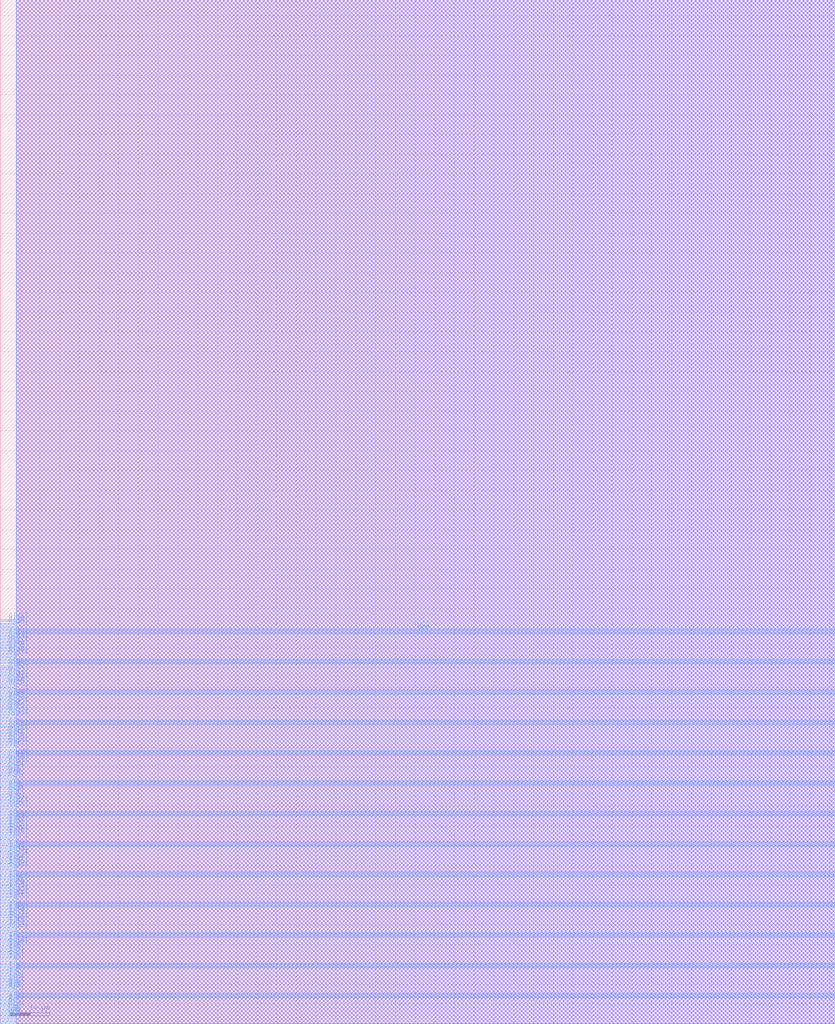
<source format=lef>
VERSION 5.6 ;
BUSBITCHARS "[]" ;
DIVIDERCHAR "/" ;

MACRO SRAM1RW128x48
  CLASS BLOCK ;
  ORIGIN 0 0 ;
  FOREIGN SRAM1RW128x48 0 0 ;
  SIZE 211.36 BY 259.008 ;
  SYMMETRY X Y ;
  SITE coreSite ;
  PIN VDD
    DIRECTION INOUT ;
    USE POWER ;
    PORT 
      LAYER M4 ;
        RECT 0.0 6.528 211.36 6.912 ;
        RECT 0.0 14.208 211.36 14.592 ;
        RECT 0.0 21.888 211.36 22.272 ;
        RECT 0.0 29.568 211.36 29.952 ;
        RECT 0.0 37.248 211.36 37.632 ;
        RECT 0.0 44.928 211.36 45.312 ;
        RECT 0.0 52.608 211.36 52.992 ;
        RECT 0.0 60.288 211.36 60.672 ;
        RECT 0.0 67.968 211.36 68.352 ;
        RECT 0.0 75.648 211.36 76.032 ;
        RECT 0.0 83.328 211.36 83.712 ;
        RECT 0.0 91.008 211.36 91.392 ;
        RECT 0.0 98.688 211.36 99.072 ;
    END 
  END VDD
  PIN VSS
    DIRECTION INOUT ;
    USE GROUND ;
    PORT 
      LAYER M4 ;
        RECT 0.0 7.296 211.36 7.68 ;
        RECT 0.0 14.976 211.36 15.36 ;
        RECT 0.0 22.656 211.36 23.04 ;
        RECT 0.0 30.336 211.36 30.72 ;
        RECT 0.0 38.016 211.36 38.4 ;
        RECT 0.0 45.696 211.36 46.08 ;
        RECT 0.0 53.376 211.36 53.76 ;
        RECT 0.0 61.056 211.36 61.44 ;
        RECT 0.0 68.736 211.36 69.12 ;
        RECT 0.0 76.416 211.36 76.8 ;
        RECT 0.0 84.096 211.36 84.48 ;
        RECT 0.0 91.776 211.36 92.16 ;
        RECT 0.0 99.456 211.36 99.84 ;
    END 
  END VSS
  PIN CE
    DIRECTION INPUT ;
    USE SIGNAL ;
    PORT 
      LAYER M4 ;
        RECT 0.0 0.384 4.0 0.768 ;
    END 
  END CE
  PIN WEB
    DIRECTION INPUT ;
    USE SIGNAL ;
    PORT 
      LAYER M4 ;
        RECT 0.0 1.152 4.0 1.536 ;
    END 
  END WEB
  PIN OEB
    DIRECTION INPUT ;
    USE SIGNAL ;
    PORT 
      LAYER M4 ;
        RECT 0.0 1.92 4.0 2.304 ;
    END 
  END OEB
  PIN CSB
    DIRECTION INPUT ;
    USE SIGNAL ;
    PORT 
      LAYER M4 ;
        RECT 0.0 2.688 4.0 3.072 ;
    END 
  END CSB
  PIN A[0]
    DIRECTION INPUT ;
    USE SIGNAL ;
    PORT 
      LAYER M4 ;
        RECT 0.0 3.456 4.0 3.84 ;
    END 
  END A[0]
  PIN A[1]
    DIRECTION INPUT ;
    USE SIGNAL ;
    PORT 
      LAYER M4 ;
        RECT 0.0 4.224 4.0 4.608 ;
    END 
  END A[1]
  PIN A[2]
    DIRECTION INPUT ;
    USE SIGNAL ;
    PORT 
      LAYER M4 ;
        RECT 0.0 4.992 4.0 5.376 ;
    END 
  END A[2]
  PIN A[3]
    DIRECTION INPUT ;
    USE SIGNAL ;
    PORT 
      LAYER M4 ;
        RECT 0.0 5.76 4.0 6.144 ;
    END 
  END A[3]
  PIN A[4]
    DIRECTION INPUT ;
    USE SIGNAL ;
    PORT 
      LAYER M4 ;
        RECT 0.0 8.064 4.0 8.448 ;
    END 
  END A[4]
  PIN A[5]
    DIRECTION INPUT ;
    USE SIGNAL ;
    PORT 
      LAYER M4 ;
        RECT 0.0 8.832 4.0 9.216 ;
    END 
  END A[5]
  PIN A[6]
    DIRECTION INPUT ;
    USE SIGNAL ;
    PORT 
      LAYER M4 ;
        RECT 0.0 9.6 4.0 9.984 ;
    END 
  END A[6]
  PIN I[0]
    DIRECTION INPUT ;
    USE SIGNAL ;
    PORT 
      LAYER M4 ;
        RECT 0.0 10.368 4.0 10.752 ;
    END 
  END I[0]
  PIN I[1]
    DIRECTION INPUT ;
    USE SIGNAL ;
    PORT 
      LAYER M4 ;
        RECT 0.0 11.136 4.0 11.52 ;
    END 
  END I[1]
  PIN I[2]
    DIRECTION INPUT ;
    USE SIGNAL ;
    PORT 
      LAYER M4 ;
        RECT 0.0 11.904 4.0 12.288 ;
    END 
  END I[2]
  PIN I[3]
    DIRECTION INPUT ;
    USE SIGNAL ;
    PORT 
      LAYER M4 ;
        RECT 0.0 12.672 4.0 13.056 ;
    END 
  END I[3]
  PIN I[4]
    DIRECTION INPUT ;
    USE SIGNAL ;
    PORT 
      LAYER M4 ;
        RECT 0.0 13.44 4.0 13.824 ;
    END 
  END I[4]
  PIN I[5]
    DIRECTION INPUT ;
    USE SIGNAL ;
    PORT 
      LAYER M4 ;
        RECT 0.0 15.744 4.0 16.128 ;
    END 
  END I[5]
  PIN I[6]
    DIRECTION INPUT ;
    USE SIGNAL ;
    PORT 
      LAYER M4 ;
        RECT 0.0 16.512 4.0 16.896 ;
    END 
  END I[6]
  PIN I[7]
    DIRECTION INPUT ;
    USE SIGNAL ;
    PORT 
      LAYER M4 ;
        RECT 0.0 17.28 4.0 17.664 ;
    END 
  END I[7]
  PIN I[8]
    DIRECTION INPUT ;
    USE SIGNAL ;
    PORT 
      LAYER M4 ;
        RECT 0.0 18.048 4.0 18.432 ;
    END 
  END I[8]
  PIN I[9]
    DIRECTION INPUT ;
    USE SIGNAL ;
    PORT 
      LAYER M4 ;
        RECT 0.0 18.816 4.0 19.2 ;
    END 
  END I[9]
  PIN I[10]
    DIRECTION INPUT ;
    USE SIGNAL ;
    PORT 
      LAYER M4 ;
        RECT 0.0 19.584 4.0 19.968 ;
    END 
  END I[10]
  PIN I[11]
    DIRECTION INPUT ;
    USE SIGNAL ;
    PORT 
      LAYER M4 ;
        RECT 0.0 20.352 4.0 20.736 ;
    END 
  END I[11]
  PIN I[12]
    DIRECTION INPUT ;
    USE SIGNAL ;
    PORT 
      LAYER M4 ;
        RECT 0.0 21.12 4.0 21.504 ;
    END 
  END I[12]
  PIN I[13]
    DIRECTION INPUT ;
    USE SIGNAL ;
    PORT 
      LAYER M4 ;
        RECT 0.0 23.424 4.0 23.808 ;
    END 
  END I[13]
  PIN I[14]
    DIRECTION INPUT ;
    USE SIGNAL ;
    PORT 
      LAYER M4 ;
        RECT 0.0 24.192 4.0 24.576 ;
    END 
  END I[14]
  PIN I[15]
    DIRECTION INPUT ;
    USE SIGNAL ;
    PORT 
      LAYER M4 ;
        RECT 0.0 24.96 4.0 25.344 ;
    END 
  END I[15]
  PIN I[16]
    DIRECTION INPUT ;
    USE SIGNAL ;
    PORT 
      LAYER M4 ;
        RECT 0.0 25.728 4.0 26.112 ;
    END 
  END I[16]
  PIN I[17]
    DIRECTION INPUT ;
    USE SIGNAL ;
    PORT 
      LAYER M4 ;
        RECT 0.0 26.496 4.0 26.88 ;
    END 
  END I[17]
  PIN I[18]
    DIRECTION INPUT ;
    USE SIGNAL ;
    PORT 
      LAYER M4 ;
        RECT 0.0 27.264 4.0 27.648 ;
    END 
  END I[18]
  PIN I[19]
    DIRECTION INPUT ;
    USE SIGNAL ;
    PORT 
      LAYER M4 ;
        RECT 0.0 28.032 4.0 28.416 ;
    END 
  END I[19]
  PIN I[20]
    DIRECTION INPUT ;
    USE SIGNAL ;
    PORT 
      LAYER M4 ;
        RECT 0.0 28.8 4.0 29.184 ;
    END 
  END I[20]
  PIN I[21]
    DIRECTION INPUT ;
    USE SIGNAL ;
    PORT 
      LAYER M4 ;
        RECT 0.0 31.104 4.0 31.488 ;
    END 
  END I[21]
  PIN I[22]
    DIRECTION INPUT ;
    USE SIGNAL ;
    PORT 
      LAYER M4 ;
        RECT 0.0 31.872 4.0 32.256 ;
    END 
  END I[22]
  PIN I[23]
    DIRECTION INPUT ;
    USE SIGNAL ;
    PORT 
      LAYER M4 ;
        RECT 0.0 32.64 4.0 33.024 ;
    END 
  END I[23]
  PIN I[24]
    DIRECTION INPUT ;
    USE SIGNAL ;
    PORT 
      LAYER M4 ;
        RECT 0.0 33.408 4.0 33.792 ;
    END 
  END I[24]
  PIN I[25]
    DIRECTION INPUT ;
    USE SIGNAL ;
    PORT 
      LAYER M4 ;
        RECT 0.0 34.176 4.0 34.56 ;
    END 
  END I[25]
  PIN I[26]
    DIRECTION INPUT ;
    USE SIGNAL ;
    PORT 
      LAYER M4 ;
        RECT 0.0 34.944 4.0 35.328 ;
    END 
  END I[26]
  PIN I[27]
    DIRECTION INPUT ;
    USE SIGNAL ;
    PORT 
      LAYER M4 ;
        RECT 0.0 35.712 4.0 36.096 ;
    END 
  END I[27]
  PIN I[28]
    DIRECTION INPUT ;
    USE SIGNAL ;
    PORT 
      LAYER M4 ;
        RECT 0.0 36.48 4.0 36.864 ;
    END 
  END I[28]
  PIN I[29]
    DIRECTION INPUT ;
    USE SIGNAL ;
    PORT 
      LAYER M4 ;
        RECT 0.0 38.784 4.0 39.168 ;
    END 
  END I[29]
  PIN I[30]
    DIRECTION INPUT ;
    USE SIGNAL ;
    PORT 
      LAYER M4 ;
        RECT 0.0 39.552 4.0 39.936 ;
    END 
  END I[30]
  PIN I[31]
    DIRECTION INPUT ;
    USE SIGNAL ;
    PORT 
      LAYER M4 ;
        RECT 0.0 40.32 4.0 40.704 ;
    END 
  END I[31]
  PIN I[32]
    DIRECTION INPUT ;
    USE SIGNAL ;
    PORT 
      LAYER M4 ;
        RECT 0.0 41.088 4.0 41.472 ;
    END 
  END I[32]
  PIN I[33]
    DIRECTION INPUT ;
    USE SIGNAL ;
    PORT 
      LAYER M4 ;
        RECT 0.0 41.856 4.0 42.24 ;
    END 
  END I[33]
  PIN I[34]
    DIRECTION INPUT ;
    USE SIGNAL ;
    PORT 
      LAYER M4 ;
        RECT 0.0 42.624 4.0 43.008 ;
    END 
  END I[34]
  PIN I[35]
    DIRECTION INPUT ;
    USE SIGNAL ;
    PORT 
      LAYER M4 ;
        RECT 0.0 43.392 4.0 43.776 ;
    END 
  END I[35]
  PIN I[36]
    DIRECTION INPUT ;
    USE SIGNAL ;
    PORT 
      LAYER M4 ;
        RECT 0.0 44.16 4.0 44.544 ;
    END 
  END I[36]
  PIN I[37]
    DIRECTION INPUT ;
    USE SIGNAL ;
    PORT 
      LAYER M4 ;
        RECT 0.0 46.464 4.0 46.848 ;
    END 
  END I[37]
  PIN I[38]
    DIRECTION INPUT ;
    USE SIGNAL ;
    PORT 
      LAYER M4 ;
        RECT 0.0 47.232 4.0 47.616 ;
    END 
  END I[38]
  PIN I[39]
    DIRECTION INPUT ;
    USE SIGNAL ;
    PORT 
      LAYER M4 ;
        RECT 0.0 48.0 4.0 48.384 ;
    END 
  END I[39]
  PIN I[40]
    DIRECTION INPUT ;
    USE SIGNAL ;
    PORT 
      LAYER M4 ;
        RECT 0.0 48.768 4.0 49.152 ;
    END 
  END I[40]
  PIN I[41]
    DIRECTION INPUT ;
    USE SIGNAL ;
    PORT 
      LAYER M4 ;
        RECT 0.0 49.536 4.0 49.92 ;
    END 
  END I[41]
  PIN I[42]
    DIRECTION INPUT ;
    USE SIGNAL ;
    PORT 
      LAYER M4 ;
        RECT 0.0 50.304 4.0 50.688 ;
    END 
  END I[42]
  PIN I[43]
    DIRECTION INPUT ;
    USE SIGNAL ;
    PORT 
      LAYER M4 ;
        RECT 0.0 51.072 4.0 51.456 ;
    END 
  END I[43]
  PIN I[44]
    DIRECTION INPUT ;
    USE SIGNAL ;
    PORT 
      LAYER M4 ;
        RECT 0.0 51.84 4.0 52.224 ;
    END 
  END I[44]
  PIN I[45]
    DIRECTION INPUT ;
    USE SIGNAL ;
    PORT 
      LAYER M4 ;
        RECT 0.0 54.144 4.0 54.528 ;
    END 
  END I[45]
  PIN I[46]
    DIRECTION INPUT ;
    USE SIGNAL ;
    PORT 
      LAYER M4 ;
        RECT 0.0 54.912 4.0 55.296 ;
    END 
  END I[46]
  PIN I[47]
    DIRECTION INPUT ;
    USE SIGNAL ;
    PORT 
      LAYER M4 ;
        RECT 0.0 55.68 4.0 56.064 ;
    END 
  END I[47]
  PIN O[0]
    DIRECTION OUTPUT ;
    USE SIGNAL ;
    PORT 
      LAYER M4 ;
        RECT 0.0 56.448 4.0 56.832 ;
    END 
  END O[0]
  PIN O[1]
    DIRECTION OUTPUT ;
    USE SIGNAL ;
    PORT 
      LAYER M4 ;
        RECT 0.0 57.216 4.0 57.6 ;
    END 
  END O[1]
  PIN O[2]
    DIRECTION OUTPUT ;
    USE SIGNAL ;
    PORT 
      LAYER M4 ;
        RECT 0.0 57.984 4.0 58.368 ;
    END 
  END O[2]
  PIN O[3]
    DIRECTION OUTPUT ;
    USE SIGNAL ;
    PORT 
      LAYER M4 ;
        RECT 0.0 58.752 4.0 59.136 ;
    END 
  END O[3]
  PIN O[4]
    DIRECTION OUTPUT ;
    USE SIGNAL ;
    PORT 
      LAYER M4 ;
        RECT 0.0 59.52 4.0 59.904 ;
    END 
  END O[4]
  PIN O[5]
    DIRECTION OUTPUT ;
    USE SIGNAL ;
    PORT 
      LAYER M4 ;
        RECT 0.0 61.824 4.0 62.208 ;
    END 
  END O[5]
  PIN O[6]
    DIRECTION OUTPUT ;
    USE SIGNAL ;
    PORT 
      LAYER M4 ;
        RECT 0.0 62.592 4.0 62.976 ;
    END 
  END O[6]
  PIN O[7]
    DIRECTION OUTPUT ;
    USE SIGNAL ;
    PORT 
      LAYER M4 ;
        RECT 0.0 63.36 4.0 63.744 ;
    END 
  END O[7]
  PIN O[8]
    DIRECTION OUTPUT ;
    USE SIGNAL ;
    PORT 
      LAYER M4 ;
        RECT 0.0 64.128 4.0 64.512 ;
    END 
  END O[8]
  PIN O[9]
    DIRECTION OUTPUT ;
    USE SIGNAL ;
    PORT 
      LAYER M4 ;
        RECT 0.0 64.896 4.0 65.28 ;
    END 
  END O[9]
  PIN O[10]
    DIRECTION OUTPUT ;
    USE SIGNAL ;
    PORT 
      LAYER M4 ;
        RECT 0.0 65.664 4.0 66.048 ;
    END 
  END O[10]
  PIN O[11]
    DIRECTION OUTPUT ;
    USE SIGNAL ;
    PORT 
      LAYER M4 ;
        RECT 0.0 66.432 4.0 66.816 ;
    END 
  END O[11]
  PIN O[12]
    DIRECTION OUTPUT ;
    USE SIGNAL ;
    PORT 
      LAYER M4 ;
        RECT 0.0 67.2 4.0 67.584 ;
    END 
  END O[12]
  PIN O[13]
    DIRECTION OUTPUT ;
    USE SIGNAL ;
    PORT 
      LAYER M4 ;
        RECT 0.0 69.504 4.0 69.888 ;
    END 
  END O[13]
  PIN O[14]
    DIRECTION OUTPUT ;
    USE SIGNAL ;
    PORT 
      LAYER M4 ;
        RECT 0.0 70.272 4.0 70.656 ;
    END 
  END O[14]
  PIN O[15]
    DIRECTION OUTPUT ;
    USE SIGNAL ;
    PORT 
      LAYER M4 ;
        RECT 0.0 71.04 4.0 71.424 ;
    END 
  END O[15]
  PIN O[16]
    DIRECTION OUTPUT ;
    USE SIGNAL ;
    PORT 
      LAYER M4 ;
        RECT 0.0 71.808 4.0 72.192 ;
    END 
  END O[16]
  PIN O[17]
    DIRECTION OUTPUT ;
    USE SIGNAL ;
    PORT 
      LAYER M4 ;
        RECT 0.0 72.576 4.0 72.96 ;
    END 
  END O[17]
  PIN O[18]
    DIRECTION OUTPUT ;
    USE SIGNAL ;
    PORT 
      LAYER M4 ;
        RECT 0.0 73.344 4.0 73.728 ;
    END 
  END O[18]
  PIN O[19]
    DIRECTION OUTPUT ;
    USE SIGNAL ;
    PORT 
      LAYER M4 ;
        RECT 0.0 74.112 4.0 74.496 ;
    END 
  END O[19]
  PIN O[20]
    DIRECTION OUTPUT ;
    USE SIGNAL ;
    PORT 
      LAYER M4 ;
        RECT 0.0 74.88 4.0 75.264 ;
    END 
  END O[20]
  PIN O[21]
    DIRECTION OUTPUT ;
    USE SIGNAL ;
    PORT 
      LAYER M4 ;
        RECT 0.0 77.184 4.0 77.568 ;
    END 
  END O[21]
  PIN O[22]
    DIRECTION OUTPUT ;
    USE SIGNAL ;
    PORT 
      LAYER M4 ;
        RECT 0.0 77.952 4.0 78.336 ;
    END 
  END O[22]
  PIN O[23]
    DIRECTION OUTPUT ;
    USE SIGNAL ;
    PORT 
      LAYER M4 ;
        RECT 0.0 78.72 4.0 79.104 ;
    END 
  END O[23]
  PIN O[24]
    DIRECTION OUTPUT ;
    USE SIGNAL ;
    PORT 
      LAYER M4 ;
        RECT 0.0 79.488 4.0 79.872 ;
    END 
  END O[24]
  PIN O[25]
    DIRECTION OUTPUT ;
    USE SIGNAL ;
    PORT 
      LAYER M4 ;
        RECT 0.0 80.256 4.0 80.64 ;
    END 
  END O[25]
  PIN O[26]
    DIRECTION OUTPUT ;
    USE SIGNAL ;
    PORT 
      LAYER M4 ;
        RECT 0.0 81.024 4.0 81.408 ;
    END 
  END O[26]
  PIN O[27]
    DIRECTION OUTPUT ;
    USE SIGNAL ;
    PORT 
      LAYER M4 ;
        RECT 0.0 81.792 4.0 82.176 ;
    END 
  END O[27]
  PIN O[28]
    DIRECTION OUTPUT ;
    USE SIGNAL ;
    PORT 
      LAYER M4 ;
        RECT 0.0 82.56 4.0 82.944 ;
    END 
  END O[28]
  PIN O[29]
    DIRECTION OUTPUT ;
    USE SIGNAL ;
    PORT 
      LAYER M4 ;
        RECT 0.0 84.864 4.0 85.248 ;
    END 
  END O[29]
  PIN O[30]
    DIRECTION OUTPUT ;
    USE SIGNAL ;
    PORT 
      LAYER M4 ;
        RECT 0.0 85.632 4.0 86.016 ;
    END 
  END O[30]
  PIN O[31]
    DIRECTION OUTPUT ;
    USE SIGNAL ;
    PORT 
      LAYER M4 ;
        RECT 0.0 86.4 4.0 86.784 ;
    END 
  END O[31]
  PIN O[32]
    DIRECTION OUTPUT ;
    USE SIGNAL ;
    PORT 
      LAYER M4 ;
        RECT 0.0 87.168 4.0 87.552 ;
    END 
  END O[32]
  PIN O[33]
    DIRECTION OUTPUT ;
    USE SIGNAL ;
    PORT 
      LAYER M4 ;
        RECT 0.0 87.936 4.0 88.32 ;
    END 
  END O[33]
  PIN O[34]
    DIRECTION OUTPUT ;
    USE SIGNAL ;
    PORT 
      LAYER M4 ;
        RECT 0.0 88.704 4.0 89.088 ;
    END 
  END O[34]
  PIN O[35]
    DIRECTION OUTPUT ;
    USE SIGNAL ;
    PORT 
      LAYER M4 ;
        RECT 0.0 89.472 4.0 89.856 ;
    END 
  END O[35]
  PIN O[36]
    DIRECTION OUTPUT ;
    USE SIGNAL ;
    PORT 
      LAYER M4 ;
        RECT 0.0 90.24 4.0 90.624 ;
    END 
  END O[36]
  PIN O[37]
    DIRECTION OUTPUT ;
    USE SIGNAL ;
    PORT 
      LAYER M4 ;
        RECT 0.0 92.544 4.0 92.928 ;
    END 
  END O[37]
  PIN O[38]
    DIRECTION OUTPUT ;
    USE SIGNAL ;
    PORT 
      LAYER M4 ;
        RECT 0.0 93.312 4.0 93.696 ;
    END 
  END O[38]
  PIN O[39]
    DIRECTION OUTPUT ;
    USE SIGNAL ;
    PORT 
      LAYER M4 ;
        RECT 0.0 94.08 4.0 94.464 ;
    END 
  END O[39]
  PIN O[40]
    DIRECTION OUTPUT ;
    USE SIGNAL ;
    PORT 
      LAYER M4 ;
        RECT 0.0 94.848 4.0 95.232 ;
    END 
  END O[40]
  PIN O[41]
    DIRECTION OUTPUT ;
    USE SIGNAL ;
    PORT 
      LAYER M4 ;
        RECT 0.0 95.616 4.0 96.0 ;
    END 
  END O[41]
  PIN O[42]
    DIRECTION OUTPUT ;
    USE SIGNAL ;
    PORT 
      LAYER M4 ;
        RECT 0.0 96.384 4.0 96.768 ;
    END 
  END O[42]
  PIN O[43]
    DIRECTION OUTPUT ;
    USE SIGNAL ;
    PORT 
      LAYER M4 ;
        RECT 0.0 97.152 4.0 97.536 ;
    END 
  END O[43]
  PIN O[44]
    DIRECTION OUTPUT ;
    USE SIGNAL ;
    PORT 
      LAYER M4 ;
        RECT 0.0 97.92 4.0 98.304 ;
    END 
  END O[44]
  PIN O[45]
    DIRECTION OUTPUT ;
    USE SIGNAL ;
    PORT 
      LAYER M4 ;
        RECT 0.0 100.224 4.0 100.608 ;
    END 
  END O[45]
  PIN O[46]
    DIRECTION OUTPUT ;
    USE SIGNAL ;
    PORT 
      LAYER M4 ;
        RECT 0.0 100.992 4.0 101.376 ;
    END 
  END O[46]
  PIN O[47]
    DIRECTION OUTPUT ;
    USE SIGNAL ;
    PORT 
      LAYER M4 ;
        RECT 0.0 101.76 4.0 102.144 ;
    END 
  END O[47]
  OBS 
    LAYER M1 ;
      RECT 4.0 0.0 211.36 259.008 ;
    LAYER M2 ;
      RECT 4.0 0.0 211.36 259.008 ;
    LAYER M3 ;
      RECT 4.0 0.0 211.36 259.008 ;
  END 
END SRAM1RW128x48

END LIBRARY
</source>
